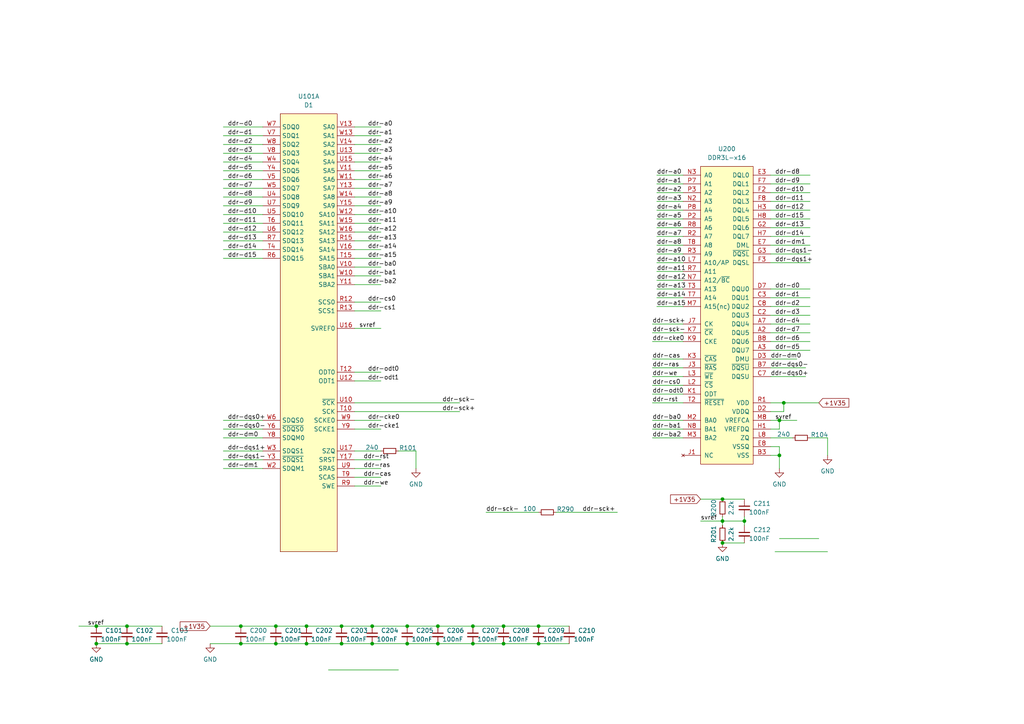
<source format=kicad_sch>
(kicad_sch (version 20211123) (generator eeschema)
  (paper "A4")
  (junction (at 88.9 181.61))
  (junction (at 137.16 181.61))
  (junction (at 36.83 186.69))
  (junction (at 80.01 181.61))
  (junction (at 107.95 186.69))
  (junction (at 107.95 181.61))
  (junction (at 88.9 186.69))
  (junction (at 127 181.61))
  (junction (at 156.21 186.69))
  (junction (at 226.06 132.08))
  (junction (at 27.94 181.61))
  (junction (at 146.05 186.69))
  (junction (at 226.06 121.92))
  (junction (at 209.55 151.13))
  (junction (at 99.06 186.69))
  (junction (at 99.06 181.61))
  (junction (at 27.94 186.69))
  (junction (at 69.85 181.61))
  (junction (at 127 186.69))
  (junction (at 36.83 181.61))
  (junction (at 118.11 181.61))
  (junction (at 209.55 144.78))
  (junction (at 69.85 186.69))
  (junction (at 146.05 181.61))
  (junction (at 209.55 157.48))
  (junction (at 156.21 181.61))
  (junction (at 227.33 116.84))
  (junction (at 118.11 186.69))
  (junction (at 215.9 151.13))
  (junction (at 80.01 186.69))
  (junction (at 137.16 186.69))
  (wire (pts (xy 69.85 181.61) (xy 80.01 181.61)))
  (wire (pts (xy 102.87 74.93) (xy 110.49 74.93)))
  (wire (pts (xy 64.77 36.83) (xy 76.2 36.83)))
  (wire (pts (xy 190.5 86.36) (xy 198.12 86.36)))
  (wire (pts (xy 80.01 181.61) (xy 88.9 181.61)))
  (wire (pts (xy 223.52 96.52) (xy 234.95 96.52)))
  (wire (pts (xy 102.87 57.15) (xy 110.49 57.15)))
  (wire (pts (xy 102.87 138.43) (xy 110.49 138.43)))
  (wire (pts (xy 102.87 36.83) (xy 110.49 36.83)))
  (wire (pts (xy 102.87 39.37) (xy 110.49 39.37)))
  (wire (pts (xy 189.23 116.84) (xy 198.12 116.84)))
  (wire (pts (xy 80.01 186.69) (xy 88.9 186.69)))
  (wire (pts (xy 64.77 54.61) (xy 76.2 54.61)))
  (wire (pts (xy 223.52 88.9) (xy 234.95 88.9)))
  (wire (pts (xy 102.87 69.85) (xy 110.49 69.85)))
  (wire (pts (xy 223.52 129.54) (xy 226.06 129.54)))
  (wire (pts (xy 190.5 73.66) (xy 198.12 73.66)))
  (wire (pts (xy 102.87 41.91) (xy 110.49 41.91)))
  (wire (pts (xy 102.87 82.55) (xy 110.49 82.55)))
  (wire (pts (xy 240.03 127) (xy 234.95 127)))
  (wire (pts (xy 156.21 181.61) (xy 165.1 181.61)))
  (wire (pts (xy 189.23 99.06) (xy 198.12 99.06)))
  (wire (pts (xy 140.97 148.59) (xy 156.21 148.59)))
  (wire (pts (xy 190.5 55.88) (xy 198.12 55.88)))
  (wire (pts (xy 64.77 133.35) (xy 76.2 133.35)))
  (wire (pts (xy 223.52 50.8) (xy 234.95 50.8)))
  (wire (pts (xy 127 181.61) (xy 137.16 181.61)))
  (wire (pts (xy 102.87 133.35) (xy 110.49 133.35)))
  (wire (pts (xy 107.95 181.61) (xy 118.11 181.61)))
  (wire (pts (xy 223.52 68.58) (xy 234.95 68.58)))
  (wire (pts (xy 189.23 93.98) (xy 198.12 93.98)))
  (wire (pts (xy 64.77 44.45) (xy 76.2 44.45)))
  (wire (pts (xy 223.52 55.88) (xy 234.95 55.88)))
  (wire (pts (xy 223.52 73.66) (xy 234.95 73.66)))
  (wire (pts (xy 226.06 156.21) (xy 237.49 156.21)))
  (wire (pts (xy 64.77 57.15) (xy 76.2 57.15)))
  (wire (pts (xy 223.52 106.68) (xy 233.68 106.68)))
  (wire (pts (xy 209.55 149.86) (xy 209.55 151.13)))
  (wire (pts (xy 102.87 52.07) (xy 110.49 52.07)))
  (wire (pts (xy 102.87 59.69) (xy 110.49 59.69)))
  (wire (pts (xy 102.87 116.84) (xy 133.35 116.84)))
  (wire (pts (xy 88.9 181.61) (xy 99.06 181.61)))
  (wire (pts (xy 209.55 151.13) (xy 215.9 151.13)))
  (wire (pts (xy 102.87 110.49) (xy 110.49 110.49)))
  (wire (pts (xy 102.87 119.38) (xy 133.35 119.38)))
  (wire (pts (xy 190.5 78.74) (xy 198.12 78.74)))
  (wire (pts (xy 190.5 53.34) (xy 198.12 53.34)))
  (wire (pts (xy 223.52 127) (xy 229.87 127)))
  (wire (pts (xy 102.87 90.17) (xy 110.49 90.17)))
  (wire (pts (xy 189.23 111.76) (xy 198.12 111.76)))
  (wire (pts (xy 190.5 71.12) (xy 198.12 71.12)))
  (wire (pts (xy 189.23 104.14) (xy 198.12 104.14)))
  (wire (pts (xy 102.87 62.23) (xy 110.49 62.23)))
  (wire (pts (xy 27.94 181.61) (xy 36.83 181.61)))
  (wire (pts (xy 137.16 186.69) (xy 146.05 186.69)))
  (wire (pts (xy 22.86 181.61) (xy 27.94 181.61)))
  (wire (pts (xy 223.52 116.84) (xy 227.33 116.84)))
  (wire (pts (xy 102.87 87.63) (xy 110.49 87.63)))
  (wire (pts (xy 209.55 151.13) (xy 209.55 152.4)))
  (wire (pts (xy 102.87 44.45) (xy 110.49 44.45)))
  (wire (pts (xy 27.94 186.69) (xy 36.83 186.69)))
  (wire (pts (xy 64.77 74.93) (xy 76.2 74.93)))
  (wire (pts (xy 102.87 130.81) (xy 110.49 130.81)))
  (wire (pts (xy 226.06 121.92) (xy 231.14 121.92)))
  (wire (pts (xy 223.52 121.92) (xy 226.06 121.92)))
  (wire (pts (xy 64.77 121.92) (xy 76.2 121.92)))
  (wire (pts (xy 36.83 181.61) (xy 46.99 181.61)))
  (wire (pts (xy 64.77 52.07) (xy 76.2 52.07)))
  (wire (pts (xy 190.5 63.5) (xy 198.12 63.5)))
  (wire (pts (xy 223.52 93.98) (xy 234.95 93.98)))
  (wire (pts (xy 223.52 119.38) (xy 227.33 119.38)))
  (wire (pts (xy 102.87 121.92) (xy 110.49 121.92)))
  (wire (pts (xy 146.05 181.61) (xy 156.21 181.61)))
  (wire (pts (xy 64.77 124.46) (xy 76.2 124.46)))
  (wire (pts (xy 189.23 124.46) (xy 198.12 124.46)))
  (wire (pts (xy 189.23 96.52) (xy 198.12 96.52)))
  (wire (pts (xy 118.11 181.61) (xy 127 181.61)))
  (wire (pts (xy 64.77 69.85) (xy 76.2 69.85)))
  (wire (pts (xy 64.77 49.53) (xy 76.2 49.53)))
  (wire (pts (xy 190.5 76.2) (xy 198.12 76.2)))
  (wire (pts (xy 240.03 132.08) (xy 240.03 127)))
  (wire (pts (xy 102.87 95.25) (xy 110.49 95.25)))
  (wire (pts (xy 223.52 71.12) (xy 234.95 71.12)))
  (wire (pts (xy 189.23 121.92) (xy 198.12 121.92)))
  (wire (pts (xy 36.83 186.69) (xy 46.99 186.69)))
  (wire (pts (xy 189.23 106.68) (xy 198.12 106.68)))
  (wire (pts (xy 223.52 104.14) (xy 231.14 104.14)))
  (wire (pts (xy 102.87 135.89) (xy 110.49 135.89)))
  (wire (pts (xy 190.5 81.28) (xy 198.12 81.28)))
  (wire (pts (xy 102.87 80.01) (xy 110.49 80.01)))
  (wire (pts (xy 223.52 132.08) (xy 226.06 132.08)))
  (wire (pts (xy 223.52 86.36) (xy 234.95 86.36)))
  (wire (pts (xy 223.52 83.82) (xy 234.95 83.82)))
  (wire (pts (xy 102.87 107.95) (xy 110.49 107.95)))
  (wire (pts (xy 95.25 194.31) (xy 115.57 194.31)))
  (wire (pts (xy 146.05 186.69) (xy 156.21 186.69)))
  (wire (pts (xy 189.23 109.22) (xy 198.12 109.22)))
  (wire (pts (xy 189.23 114.3) (xy 198.12 114.3)))
  (wire (pts (xy 223.52 60.96) (xy 234.95 60.96)))
  (wire (pts (xy 224.79 160.02) (xy 240.03 160.02)))
  (wire (pts (xy 102.87 67.31) (xy 110.49 67.31)))
  (wire (pts (xy 161.29 148.59) (xy 179.07 148.59)))
  (wire (pts (xy 226.06 124.46) (xy 226.06 121.92)))
  (wire (pts (xy 223.52 124.46) (xy 226.06 124.46)))
  (wire (pts (xy 223.52 91.44) (xy 234.95 91.44)))
  (wire (pts (xy 223.52 99.06) (xy 234.95 99.06)))
  (wire (pts (xy 88.9 186.69) (xy 99.06 186.69)))
  (wire (pts (xy 64.77 64.77) (xy 76.2 64.77)))
  (wire (pts (xy 60.96 186.69) (xy 69.85 186.69)))
  (wire (pts (xy 203.2 151.13) (xy 209.55 151.13)))
  (wire (pts (xy 120.65 130.81) (xy 115.57 130.81)))
  (wire (pts (xy 120.65 135.89) (xy 120.65 130.81)))
  (wire (pts (xy 203.2 144.78) (xy 209.55 144.78)))
  (wire (pts (xy 223.52 58.42) (xy 234.95 58.42)))
  (wire (pts (xy 190.5 50.8) (xy 198.12 50.8)))
  (wire (pts (xy 69.85 186.69) (xy 80.01 186.69)))
  (wire (pts (xy 60.96 181.61) (xy 69.85 181.61)))
  (wire (pts (xy 64.77 62.23) (xy 76.2 62.23)))
  (wire (pts (xy 227.33 116.84) (xy 227.33 119.38)))
  (wire (pts (xy 223.52 109.22) (xy 233.68 109.22)))
  (wire (pts (xy 189.23 127) (xy 198.12 127)))
  (wire (pts (xy 223.52 101.6) (xy 234.95 101.6)))
  (wire (pts (xy 137.16 181.61) (xy 146.05 181.61)))
  (wire (pts (xy 190.5 60.96) (xy 198.12 60.96)))
  (wire (pts (xy 156.21 186.69) (xy 165.1 186.69)))
  (wire (pts (xy 64.77 41.91) (xy 76.2 41.91)))
  (wire (pts (xy 102.87 54.61) (xy 110.49 54.61)))
  (wire (pts (xy 64.77 135.89) (xy 76.2 135.89)))
  (wire (pts (xy 227.33 116.84) (xy 237.49 116.84)))
  (wire (pts (xy 223.52 53.34) (xy 234.95 53.34)))
  (wire (pts (xy 102.87 77.47) (xy 110.49 77.47)))
  (wire (pts (xy 107.95 186.69) (xy 118.11 186.69)))
  (wire (pts (xy 64.77 67.31) (xy 76.2 67.31)))
  (wire (pts (xy 102.87 64.77) (xy 110.49 64.77)))
  (wire (pts (xy 190.5 58.42) (xy 198.12 58.42)))
  (wire (pts (xy 64.77 72.39) (xy 76.2 72.39)))
  (wire (pts (xy 190.5 66.04) (xy 198.12 66.04)))
  (wire (pts (xy 223.52 66.04) (xy 234.95 66.04)))
  (wire (pts (xy 226.06 129.54) (xy 226.06 132.08)))
  (wire (pts (xy 226.06 132.08) (xy 226.06 135.89)))
  (wire (pts (xy 127 186.69) (xy 137.16 186.69)))
  (wire (pts (xy 64.77 46.99) (xy 76.2 46.99)))
  (wire (pts (xy 102.87 124.46) (xy 110.49 124.46)))
  (wire (pts (xy 223.52 63.5) (xy 234.95 63.5)))
  (wire (pts (xy 190.5 83.82) (xy 198.12 83.82)))
  (wire (pts (xy 102.87 46.99) (xy 110.49 46.99)))
  (wire (pts (xy 64.77 59.69) (xy 76.2 59.69)))
  (wire (pts (xy 64.77 130.81) (xy 76.2 130.81)))
  (wire (pts (xy 64.77 127) (xy 76.2 127)))
  (wire (pts (xy 99.06 186.69) (xy 107.95 186.69)))
  (wire (pts (xy 102.87 49.53) (xy 110.49 49.53)))
  (wire (pts (xy 190.5 88.9) (xy 198.12 88.9)))
  (wire (pts (xy 209.55 157.48) (xy 215.9 157.48)))
  (wire (pts (xy 102.87 140.97) (xy 110.49 140.97)))
  (wire (pts (xy 64.77 39.37) (xy 76.2 39.37)))
  (wire (pts (xy 99.06 181.61) (xy 107.95 181.61)))
  (wire (pts (xy 102.87 72.39) (xy 110.49 72.39)))
  (wire (pts (xy 215.9 149.86) (xy 215.9 151.13)))
  (wire (pts (xy 223.52 76.2) (xy 234.95 76.2)))
  (wire (pts (xy 215.9 151.13) (xy 215.9 152.4)))
  (wire (pts (xy 209.55 144.78) (xy 215.9 144.78)))
  (wire (pts (xy 118.11 186.69) (xy 127 186.69)))
  (wire (pts (xy 190.5 68.58) (xy 198.12 68.58)))
  (label "ddr-odt1" (at 106.68 110.49 0))
  (label "ddr-a7" (at 190.5 68.58 0))
  (label "ddr-d11" (at 224.79 58.42 0))
  (label "ddr-d13" (at 224.79 66.04 0))
  (label "ddr-dm1" (at 66.04 135.89 0))
  (label "ddr-d0" (at 224.79 83.82 0))
  (label "ddr-d7" (at 224.79 96.52 0))
  (label "ddr-d0" (at 66.04 36.83 0))
  (label "ddr-d7" (at 66.04 54.61 0))
  (label "ddr-rst" (at 105.41 133.35 0))
  (label "ddr-a13" (at 190.5 83.82 0))
  (label "ddr-a0" (at 190.5 50.8 0))
  (label "ddr-d12" (at 66.04 67.31 0))
  (label "ddr-a12" (at 106.68 67.31 0))
  (label "ddr-ras" (at 105.41 135.89 0))
  (label "ddr-a3" (at 190.5 58.42 0))
  (label "ddr-ba1" (at 106.68 80.01 0))
  (label "ddr-d5" (at 224.79 101.6 0))
  (label "ddr-a9" (at 190.5 73.66 0))
  (label "ddr-cas" (at 105.41 138.43 0))
  (label "ddr-a15" (at 190.5 88.9 0))
  (label "ddr-a11" (at 190.5 78.74 0))
  (label "ddr-d2" (at 66.04 41.91 0))
  (label "ddr-a4" (at 190.5 60.96 0))
  (label "ddr-d10" (at 224.79 55.88 0))
  (label "ddr-dqs1+" (at 66.04 130.81 0))
  (label "ddr-dm1" (at 224.79 71.12 0))
  (label "ddr-dqs1+" (at 224.79 76.2 0))
  (label "ddr-d3" (at 66.04 44.45 0))
  (label "ddr-d6" (at 224.79 99.06 0))
  (label "ddr-dqs1-" (at 224.79 73.66 0))
  (label "svref" (at 203.2 151.13 0))
  (label "ddr-d4" (at 66.04 46.99 0))
  (label "ddr-dqs1-" (at 66.04 133.35 0))
  (label "ddr-a3" (at 106.68 44.45 0))
  (label "ddr-d1" (at 224.79 86.36 0))
  (label "svref" (at 25.4 181.61 0))
  (label "ddr-d2" (at 224.79 88.9 0))
  (label "ddr-we" (at 189.23 109.22 0))
  (label "ddr-d10" (at 66.04 62.23 0))
  (label "ddr-a4" (at 106.68 46.99 0))
  (label "ddr-a1" (at 190.5 53.34 0))
  (label "ddr-d14" (at 224.79 68.58 0))
  (label "ddr-a6" (at 106.68 52.07 0))
  (label "ddr-a12" (at 190.5 81.28 0))
  (label "ddr-odt0" (at 189.23 114.3 0))
  (label "ddr-d4" (at 224.79 93.98 0))
  (label "svref" (at 104.14 95.25 0))
  (label "ddr-ba1" (at 189.23 124.46 0))
  (label "ddr-a5" (at 106.68 49.53 0))
  (label "ddr-a14" (at 190.5 86.36 0))
  (label "ddr-d1" (at 66.04 39.37 0))
  (label "ddr-a0" (at 106.68 36.83 0))
  (label "ddr-a5" (at 190.5 63.5 0))
  (label "ddr-d15" (at 66.04 74.93 0))
  (label "ddr-d13" (at 66.04 69.85 0))
  (label "ddr-cas" (at 189.23 104.14 0))
  (label "ddr-a8" (at 106.68 57.15 0))
  (label "ddr-dm0" (at 66.04 127 0))
  (label "ddr-dqs0+" (at 223.52 109.22 0))
  (label "ddr-a7" (at 106.68 54.61 0))
  (label "ddr-sck+" (at 128.27 119.38 0))
  (label "ddr-sck-" (at 140.97 148.59 0))
  (label "ddr-d3" (at 224.79 91.44 0))
  (label "ddr-d9" (at 224.79 53.34 0))
  (label "ddr-cke1" (at 106.68 124.46 0))
  (label "ddr-sck+" (at 168.91 148.59 0))
  (label "ddr-cs0" (at 189.23 111.76 0))
  (label "ddr-cs0" (at 106.68 87.63 0))
  (label "ddr-a8" (at 190.5 71.12 0))
  (label "ddr-d12" (at 224.79 60.96 0))
  (label "ddr-sck+" (at 189.23 93.98 0))
  (label "ddr-dqs0-" (at 66.04 124.46 0))
  (label "ddr-odt0" (at 106.68 107.95 0))
  (label "ddr-d8" (at 224.79 50.8 0))
  (label "ddr-dqs0+" (at 66.04 121.92 0))
  (label "svref" (at 224.79 121.92 0))
  (label "ddr-a2" (at 190.5 55.88 0))
  (label "ddr-dm0" (at 223.52 104.14 0))
  (label "ddr-d9" (at 66.04 59.69 0))
  (label "ddr-d6" (at 66.04 52.07 0))
  (label "ddr-a14" (at 106.68 72.39 0))
  (label "ddr-cke0" (at 106.68 121.92 0))
  (label "ddr-d15" (at 224.79 63.5 0))
  (label "ddr-d8" (at 66.04 57.15 0))
  (label "ddr-a1" (at 106.68 39.37 0))
  (label "ddr-ba2" (at 106.68 82.55 0))
  (label "ddr-ba2" (at 189.23 127 0))
  (label "ddr-a2" (at 106.68 41.91 0))
  (label "ddr-a9" (at 106.68 59.69 0))
  (label "ddr-ba0" (at 106.68 77.47 0))
  (label "ddr-a10" (at 106.68 62.23 0))
  (label "ddr-d14" (at 66.04 72.39 0))
  (label "ddr-dqs0-" (at 223.52 106.68 0))
  (label "ddr-sck-" (at 128.27 116.84 0))
  (label "ddr-a6" (at 190.5 66.04 0))
  (label "ddr-cke0" (at 189.23 99.06 0))
  (label "ddr-a11" (at 106.68 64.77 0))
  (label "ddr-d11" (at 66.04 64.77 0))
  (label "ddr-a13" (at 106.68 69.85 0))
  (label "ddr-rst" (at 189.23 116.84 0))
  (label "ddr-d5" (at 66.04 49.53 0))
  (label "ddr-cs1" (at 106.68 90.17 0))
  (label "ddr-sck-" (at 189.23 96.52 0))
  (label "ddr-a10" (at 190.5 76.2 0))
  (label "ddr-a15" (at 106.68 74.93 0))
  (label "ddr-ras" (at 189.23 106.68 0))
  (label "ddr-we" (at 105.41 140.97 0))
  (label "ddr-ba0" (at 189.23 121.92 0))
  (global_label "+1V35" (shape input) (at 203.2 144.78 180) (property "Intersheet References" "${INTERSHEET_REFS}" (effects hide)))
  (global_label "+1V35" (shape input) (at 237.49 116.84 0) (property "Intersheet References" "${INTERSHEET_REFS}" (effects hide)))
  (global_label "+1V35" (shape input) (at 60.96 181.61 180) (property "Intersheet References" "${INTERSHEET_REFS}" (effects hide)))
  (symbol (lib_id "Device:C_Small") (at 156.21 184.15 0) (unit 1)
    (property "Reference" "C209" (at 158.75 182.88 0) (effects (justify left)))
    (property "Value" "100nF" (at 157.48 185.42 0) (effects (justify left)))
    (property "Footprint" "Capacitor_SMD:C_0402_1005Metric" (effects hide))
  )
  (symbol (lib_id "Device:R_Small") (at 158.75 148.59 270) (mirror x) (unit 1)
    (property "Reference" "R290" (at 164.0227 147.6898 90))
    (property "Value" "100" (at 153.6261 147.5685 90))
    (property "Footprint" "Resistor_SMD:R_0402_1005Metric" (effects hide))
  )
  (symbol (lib_id "Device:C_Small") (at 215.9 154.94 0) (unit 1)
    (property "Reference" "C212" (at 218.44 153.67 0) (effects (justify left)))
    (property "Value" "100nF" (at 217.17 156.21 0) (effects (justify left)))
    (property "Footprint" "Capacitor_SMD:C_0402_1005Metric" (effects hide))
  )
  (symbol (lib_id "power:GND") (at 226.06 135.89 0) (mirror y) (unit 1)
    (property "Reference" "#PWR0159" (effects hide))
    (property "Value" "GND" (at 226.06 140.4526 0))
  )
  (symbol (lib_id "Device:R_Small") (at 209.55 154.94 0) (mirror y) (unit 1)
    (property "Reference" "R201" (at 207.01 154.94 90))
    (property "Value" "2.2k" (at 212.09 154.94 90))
    (property "Footprint" "Resistor_SMD:R_0402_1005Metric" (effects hide))
  )
  (symbol (lib_id "winbond:DDR3L-x16") (at 210.82 97.79 0) (unit 1)
    (property "Reference" "U200" (at 210.82 43.18 0))
    (property "Value" "DDR3L-x16" (at 210.82 45.72 0))
    (property "Footprint" "winbond:BGA-96_9x14mm_P0.8mm" (effects hide))
  )
  (symbol (lib_id "allwinner:D1") (at 90.17 33.02 0) (unit 1)
    (property "Reference" "U101" (at 89.535 27.94 0))
    (property "Value" "D1" (at 89.535 30.48 0))
    (property "Footprint" "allwinner:BGA-337_20x20_13.0x13.0mm" (effects hide))
  )
  (symbol (lib_id "Device:R_Small") (at 113.03 130.81 270) (mirror x) (unit 1)
    (property "Reference" "R101" (at 118.3027 129.9098 90))
    (property "Value" "240" (at 107.9061 129.7885 90))
    (property "Footprint" "Resistor_SMD:R_0402_1005Metric" (effects hide))
  )
  (symbol (lib_id "power:GND") (at 27.94 186.69 0) (mirror y) (unit 1)
    (property "Reference" "#PWR0161" (effects hide))
    (property "Value" "GND" (at 27.94 191.2526 0))
  )
  (symbol (lib_id "power:GND") (at 120.65 135.89 0) (mirror y) (unit 1)
    (property "Reference" "#PWR0158" (effects hide))
    (property "Value" "GND" (at 120.65 140.4526 0))
  )
  (symbol (lib_id "Device:C_Small") (at 36.83 184.15 0) (unit 1)
    (property "Reference" "C102" (at 39.37 182.88 0) (effects (justify left)))
    (property "Value" "100nF" (at 38.1 185.42 0) (effects (justify left)))
    (property "Footprint" "Capacitor_SMD:C_0402_1005Metric" (effects hide))
  )
  (symbol (lib_id "Device:C_Small") (at 69.85 184.15 0) (unit 1)
    (property "Reference" "C200" (at 72.39 182.88 0) (effects (justify left)))
    (property "Value" "100nF" (at 71.12 185.42 0) (effects (justify left)))
    (property "Footprint" "Capacitor_SMD:C_0402_1005Metric" (effects hide))
  )
  (symbol (lib_id "Device:C_Small") (at 46.99 184.15 0) (unit 1)
    (property "Reference" "C103" (at 49.53 182.88 0) (effects (justify left)))
    (property "Value" "100nF" (at 48.26 185.42 0) (effects (justify left)))
    (property "Footprint" "Capacitor_SMD:C_0402_1005Metric" (effects hide))
  )
  (symbol (lib_id "Device:C_Small") (at 118.11 184.15 0) (unit 1)
    (property "Reference" "C205" (at 120.65 182.88 0) (effects (justify left)))
    (property "Value" "100nF" (at 119.38 185.42 0) (effects (justify left)))
    (property "Footprint" "Capacitor_SMD:C_0402_1005Metric" (effects hide))
  )
  (symbol (lib_id "power:GND") (at 60.96 186.69 0) (mirror y) (unit 1)
    (property "Reference" "#PWR0162" (effects hide))
    (property "Value" "GND" (at 60.96 191.2526 0))
  )
  (symbol (lib_id "Device:C_Small") (at 127 184.15 0) (unit 1)
    (property "Reference" "C206" (at 129.54 182.88 0) (effects (justify left)))
    (property "Value" "100nF" (at 128.27 185.42 0) (effects (justify left)))
    (property "Footprint" "Capacitor_SMD:C_0402_1005Metric" (effects hide))
  )
  (symbol (lib_id "Device:C_Small") (at 88.9 184.15 0) (unit 1)
    (property "Reference" "C202" (at 91.44 182.88 0) (effects (justify left)))
    (property "Value" "100nF" (at 90.17 185.42 0) (effects (justify left)))
    (property "Footprint" "Capacitor_SMD:C_0402_1005Metric" (effects hide))
  )
  (symbol (lib_id "Device:R_Small") (at 209.55 147.32 0) (mirror y) (unit 1)
    (property "Reference" "R200" (at 207.01 147.32 90))
    (property "Value" "2.2k" (at 212.09 147.32 90))
    (property "Footprint" "Resistor_SMD:R_0402_1005Metric" (effects hide))
  )
  (symbol (lib_id "Device:C_Small") (at 215.9 147.32 0) (unit 1)
    (property "Reference" "C211" (at 218.44 146.05 0) (effects (justify left)))
    (property "Value" "100nF" (at 217.17 148.59 0) (effects (justify left)))
    (property "Footprint" "Capacitor_SMD:C_0402_1005Metric" (effects hide))
  )
  (symbol (lib_id "Device:C_Small") (at 99.06 184.15 0) (unit 1)
    (property "Reference" "C203" (at 101.6 182.88 0) (effects (justify left)))
    (property "Value" "100nF" (at 100.33 185.42 0) (effects (justify left)))
    (property "Footprint" "Capacitor_SMD:C_0402_1005Metric" (effects hide))
  )
  (symbol (lib_id "Device:C_Small") (at 137.16 184.15 0) (unit 1)
    (property "Reference" "C207" (at 139.7 182.88 0) (effects (justify left)))
    (property "Value" "100nF" (at 138.43 185.42 0) (effects (justify left)))
    (property "Footprint" "Capacitor_SMD:C_0402_1005Metric" (effects hide))
  )
  (symbol (lib_id "Device:C_Small") (at 107.95 184.15 0) (unit 1)
    (property "Reference" "C204" (at 110.49 182.88 0) (effects (justify left)))
    (property "Value" "100nF" (at 109.22 185.42 0) (effects (justify left)))
    (property "Footprint" "Capacitor_SMD:C_0402_1005Metric" (effects hide))
  )
  (symbol (lib_id "Device:C_Small") (at 146.05 184.15 0) (unit 1)
    (property "Reference" "C208" (at 148.59 182.88 0) (effects (justify left)))
    (property "Value" "100nF" (at 147.32 185.42 0) (effects (justify left)))
    (property "Footprint" "Capacitor_SMD:C_0402_1005Metric" (effects hide))
  )
  (symbol (lib_id "Device:C_Small") (at 27.94 184.15 0) (unit 1)
    (property "Reference" "C101" (at 30.48 182.88 0) (effects (justify left)))
    (property "Value" "100nF" (at 29.21 185.42 0) (effects (justify left)))
    (property "Footprint" "Capacitor_SMD:C_0402_1005Metric" (effects hide))
  )
  (symbol (lib_id "Device:C_Small") (at 80.01 184.15 0) (unit 1)
    (property "Reference" "C201" (at 82.55 182.88 0) (effects (justify left)))
    (property "Value" "100nF" (at 81.28 185.42 0) (effects (justify left)))
    (property "Footprint" "Capacitor_SMD:C_0402_1005Metric" (effects hide))
  )
  (symbol (lib_id "Device:C_Small") (at 165.1 184.15 0) (unit 1)
    (property "Reference" "C210" (at 167.64 182.88 0) (effects (justify left)))
    (property "Value" "100nF" (at 166.37 185.42 0) (effects (justify left)))
    (property "Footprint" "Capacitor_SMD:C_0402_1005Metric" (effects hide))
  )
  (symbol (lib_id "power:GND") (at 209.55 157.48 0) (mirror y) (unit 1)
    (property "Reference" "#PWR0163" (effects hide))
    (property "Value" "GND" (at 209.55 162.0426 0))
  )
  (symbol (lib_id "power:GND") (at 240.03 132.08 0) (mirror y) (unit 1)
    (property "Reference" "#PWR0160" (effects hide))
    (property "Value" "GND" (at 240.03 136.6426 0))
  )
  (symbol (lib_id "Device:R_Small") (at 232.41 127 270) (mirror x) (unit 1)
    (property "Reference" "R104" (at 237.6827 126.0998 90))
    (property "Value" "240" (at 227.2861 125.9785 90))
    (property "Footprint" "Resistor_SMD:R_0402_1005Metric" (effects hide))
  )
)
</source>
